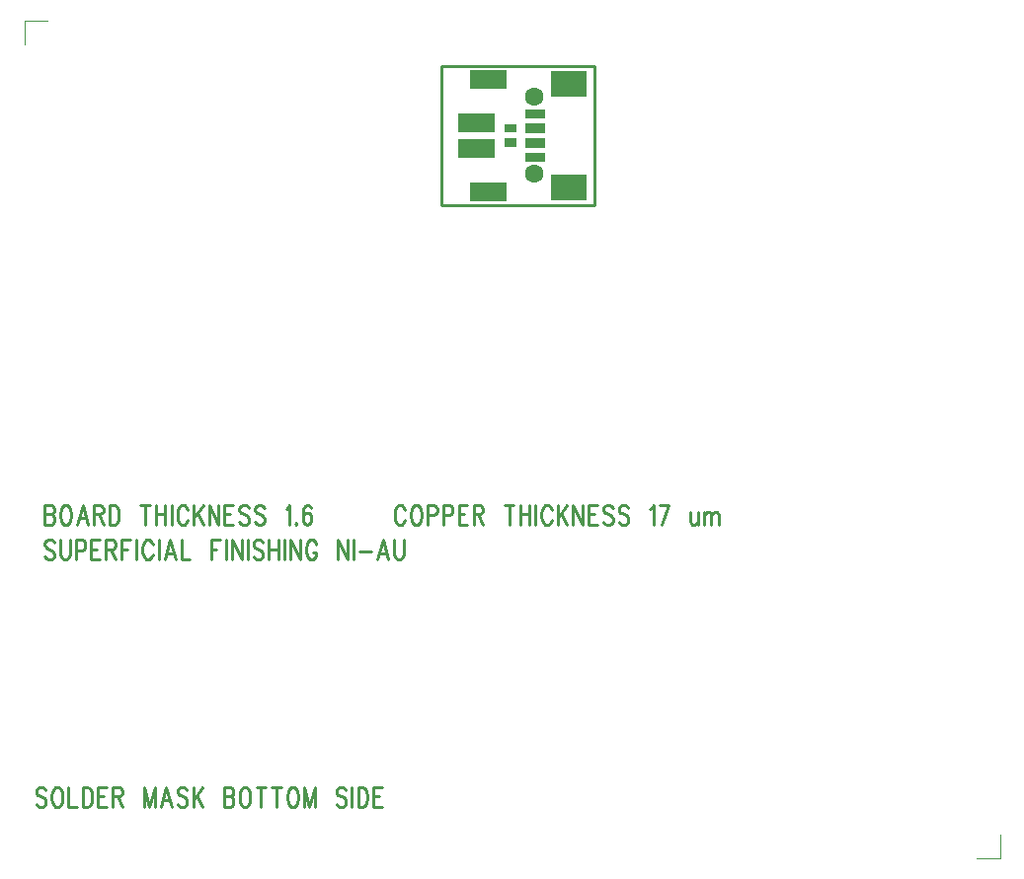
<source format=gbr>
*
*
G04 PADS Layout (Build Number 2007.42.1) generated Gerber (RS-274-X) file*
G04 PC Version=2.1*
*
%IN "TMSBASE-001.pcb"*%
*
%MOIN*%
*
%FSLAX35Y35*%
*
*
*
*
G04 PC Standard Apertures*
*
*
G04 Thermal Relief Aperture macro.*
%AMTER*
1,1,$1,0,0*
1,0,$1-$2,0,0*
21,0,$3,$4,0,0,45*
21,0,$3,$4,0,0,135*
%
*
*
G04 Annular Aperture macro.*
%AMANN*
1,1,$1,0,0*
1,0,$2,0,0*
%
*
*
G04 Odd Aperture macro.*
%AMODD*
1,1,$1,0,0*
1,0,$1-0.005,0,0*
%
*
*
G04 PC Custom Aperture Macros*
*
*
*
*
*
*
G04 PC Aperture Table*
*
%ADD010C,0.01*%
%ADD102C,0.06299*%
%ADD143R,0.02794X0.02794*%
%ADD162R,0.0315X0.0315*%
%ADD163R,0.08661X0.08661*%
%ADD176R,0.06299X0.06299*%
%ADD192C,0.00004*%
*
*
*
*
G04 PC Copper Outlines (0)*
G04 Layer Name TMSBASE-001.pcb - dark (0)*
%LPD*%
*
*
G04 PC Area=Custom_Thermal*
*
G04 PC Custom Flashes*
G04 Layer Name TMSBASE-001.pcb - flashes*
%LPD*%
*
*
G04 PC Circuitry*
G04 Layer Name TMSBASE-001.pcb - circuitry*
%LPD*%
*
G54D10*
G01X10081Y106505D02*
X9627Y107130D01*
X8945Y107442*
X8036*
X7354Y107130*
X6900Y106505*
Y105880*
X7127Y105255*
X7354Y104942*
X7809Y104630*
X9172Y104005*
X9627Y103692*
X9854Y103380*
X10081Y102755*
Y101817*
X9627Y101192*
X8945Y100880*
X8036*
X7354Y101192*
X6900Y101817*
X12127Y107442D02*
Y102755D01*
X12354Y101817*
X12809Y101192*
X13491Y100880*
X13945*
X14627Y101192*
X15081Y101817*
X15309Y102755*
Y107442*
X17354D02*
Y100880D01*
Y107442D02*
X19400D01*
X20081Y107130*
X20309Y106817*
X20536Y106192*
Y105255*
X20309Y104630*
X20081Y104317*
X19400Y104005*
X17354*
X22581Y107442D02*
Y100880D01*
Y107442D02*
X25536D01*
X22581Y104317D02*
X24400D01*
X22581Y100880D02*
X25536D01*
X27581Y107442D02*
Y100880D01*
Y107442D02*
X29627D01*
X30309Y107130*
X30536Y106817*
X30763Y106192*
Y105567*
X30536Y104942*
X30309Y104630*
X29627Y104317*
X27581*
X29172D02*
X30763Y100880D01*
X32809Y107442D02*
Y100880D01*
Y107442D02*
X35763D01*
X32809Y104317D02*
X34627D01*
X37809Y107442D02*
Y100880D01*
X43263Y105880D02*
X43036Y106505D01*
X42581Y107130*
X42127Y107442*
X41218*
X40763Y107130*
X40309Y106505*
X40081Y105880*
X39854Y104942*
Y103380*
X40081Y102442*
X40309Y101817*
X40763Y101192*
X41218Y100880*
X42127*
X42581Y101192*
X43036Y101817*
X43263Y102442*
X45309Y107442D02*
Y100880D01*
X49172Y107442D02*
X47354Y100880D01*
X49172Y107442D02*
X50991Y100880D01*
X48036Y103067D02*
X50309D01*
X53036Y107442D02*
Y100880D01*
X55763*
X63036Y107442D02*
Y100880D01*
Y107442D02*
X65991D01*
X63036Y104317D02*
X64854D01*
X68036Y107442D02*
Y100880D01*
X70081Y107442D02*
Y100880D01*
Y107442D02*
X73263Y100880D01*
Y107442D02*
Y100880D01*
X75309Y107442D02*
Y100880D01*
X80536Y106505D02*
X80081Y107130D01*
X79400Y107442*
X78491*
X77809Y107130*
X77354Y106505*
Y105880*
X77581Y105255*
X77809Y104942*
X78263Y104630*
X79627Y104005*
X80081Y103692*
X80309Y103380*
X80536Y102755*
Y101817*
X80081Y101192*
X79400Y100880*
X78491*
X77809Y101192*
X77354Y101817*
X82581Y107442D02*
Y100880D01*
X85763Y107442D02*
Y100880D01*
X82581Y104317D02*
X85763D01*
X87809Y107442D02*
Y100880D01*
X89854Y107442D02*
Y100880D01*
Y107442D02*
X93036Y100880D01*
Y107442D02*
Y100880D01*
X98491Y105880D02*
X98263Y106505D01*
X97809Y107130*
X97354Y107442*
X96445*
X95991Y107130*
X95536Y106505*
X95309Y105880*
X95081Y104942*
Y103380*
X95309Y102442*
X95536Y101817*
X95991Y101192*
X96445Y100880*
X97354*
X97809Y101192*
X98263Y101817*
X98491Y102442*
Y103380*
X97354D02*
X98491D01*
X105763Y107442D02*
Y100880D01*
Y107442D02*
X108945Y100880D01*
Y107442D02*
Y100880D01*
X110991Y107442D02*
Y100880D01*
X113036Y103692D02*
X117127D01*
X120991Y107442D02*
X119172Y100880D01*
X120991Y107442D02*
X122809Y100880D01*
X119854Y103067D02*
X122127D01*
X124854Y107442D02*
Y102755D01*
X125081Y101817*
X125536Y101192*
X126218Y100880*
X126672*
X127354Y101192*
X127809Y101817*
X128036Y102755*
Y107442*
X6900Y119253D02*
Y112691D01*
Y119253D02*
X8945D01*
X9627Y118941*
X9854Y118628*
X10081Y118003*
Y117378*
X9854Y116753*
X9627Y116441*
X8945Y116128*
X6900D02*
X8945D01*
X9627Y115816*
X9854Y115503*
X10081Y114878*
Y113941*
X9854Y113316*
X9627Y113003*
X8945Y112691*
X6900*
X13491Y119253D02*
X13036Y118941D01*
X12581Y118316*
X12354Y117691*
X12127Y116753*
Y115191*
X12354Y114253*
X12581Y113628*
X13036Y113003*
X13491Y112691*
X14400*
X14854Y113003*
X15309Y113628*
X15536Y114253*
X15763Y115191*
Y116753*
X15536Y117691*
X15309Y118316*
X14854Y118941*
X14400Y119253*
X13491*
X19627D02*
X17809Y112691D01*
X19627Y119253D02*
X21445Y112691D01*
X18491Y114878D02*
X20763D01*
X23491Y119253D02*
Y112691D01*
Y119253D02*
X25536D01*
X26218Y118941*
X26445Y118628*
X26672Y118003*
Y117378*
X26445Y116753*
X26218Y116441*
X25536Y116128*
X23491*
X25081D02*
X26672Y112691D01*
X28718Y119253D02*
Y112691D01*
Y119253D02*
X30309D01*
X30991Y118941*
X31445Y118316*
X31672Y117691*
X31900Y116753*
Y115191*
X31672Y114253*
X31445Y113628*
X30991Y113003*
X30309Y112691*
X28718*
X40763Y119253D02*
Y112691D01*
X39172Y119253D02*
X42354D01*
X44400D02*
Y112691D01*
X47581Y119253D02*
Y112691D01*
X44400Y116128D02*
X47581D01*
X49627Y119253D02*
Y112691D01*
X55081Y117691D02*
X54854Y118316D01*
X54400Y118941*
X53945Y119253*
X53036*
X52581Y118941*
X52127Y118316*
X51900Y117691*
X51672Y116753*
Y115191*
X51900Y114253*
X52127Y113628*
X52581Y113003*
X53036Y112691*
X53945*
X54400Y113003*
X54854Y113628*
X55081Y114253*
X57127Y119253D02*
Y112691D01*
X60309Y119253D02*
X57127Y114878D01*
X58263Y116441D02*
X60309Y112691D01*
X62354Y119253D02*
Y112691D01*
Y119253D02*
X65536Y112691D01*
Y119253D02*
Y112691D01*
X67581Y119253D02*
Y112691D01*
Y119253D02*
X70536D01*
X67581Y116128D02*
X69400D01*
X67581Y112691D02*
X70536D01*
X75763Y118316D02*
X75309Y118941D01*
X74627Y119253*
X73718*
X73036Y118941*
X72581Y118316*
Y117691*
X72809Y117066*
X73036Y116753*
X73491Y116441*
X74854Y115816*
X75309Y115503*
X75536Y115191*
X75763Y114566*
Y113628*
X75309Y113003*
X74627Y112691*
X73718*
X73036Y113003*
X72581Y113628*
X80991Y118316D02*
X80536Y118941D01*
X79854Y119253*
X78945*
X78263Y118941*
X77809Y118316*
Y117691*
X78036Y117066*
X78263Y116753*
X78718Y116441*
X80081Y115816*
X80536Y115503*
X80763Y115191*
X80991Y114566*
Y113628*
X80536Y113003*
X79854Y112691*
X78945*
X78263Y113003*
X77809Y113628*
X88263Y118003D02*
X88718Y118316D01*
X89400Y119253*
Y112691*
X91672Y113316D02*
X91445Y113003D01*
X91672Y112691*
X91900Y113003*
X91672Y113316*
X96672Y118316D02*
X96445Y118941D01*
X95763Y119253*
X95309*
X94627Y118941*
X94172Y118003*
X93945Y116441*
Y114878*
X94172Y113628*
X94627Y113003*
X95309Y112691*
X95536*
X96218Y113003*
X96672Y113628*
X96900Y114566*
Y114878*
X96672Y115816*
X96218Y116441*
X95536Y116753*
X95309*
X94627Y116441*
X94172Y115816*
X93945Y114878*
X128419Y117691D02*
X128192Y118316D01*
X127737Y118941*
X127283Y119253*
X126373*
X125919Y118941*
X125464Y118316*
X125237Y117691*
X125010Y116753*
Y115191*
X125237Y114253*
X125464Y113628*
X125919Y113003*
X126373Y112691*
X127283*
X127737Y113003*
X128192Y113628*
X128419Y114253*
X131828Y119253D02*
X131373Y118941D01*
X130919Y118316*
X130692Y117691*
X130464Y116753*
Y115191*
X130692Y114253*
X130919Y113628*
X131373Y113003*
X131828Y112691*
X132737*
X133192Y113003*
X133646Y113628*
X133873Y114253*
X134101Y115191*
Y116753*
X133873Y117691*
X133646Y118316*
X133192Y118941*
X132737Y119253*
X131828*
X136146D02*
Y112691D01*
Y119253D02*
X138192D01*
X138873Y118941*
X139101Y118628*
X139328Y118003*
Y117066*
X139101Y116441*
X138873Y116128*
X138192Y115816*
X136146*
X141373Y119253D02*
Y112691D01*
Y119253D02*
X143419D01*
X144101Y118941*
X144328Y118628*
X144555Y118003*
Y117066*
X144328Y116441*
X144101Y116128*
X143419Y115816*
X141373*
X146601Y119253D02*
Y112691D01*
Y119253D02*
X149555D01*
X146601Y116128D02*
X148419D01*
X146601Y112691D02*
X149555D01*
X151601Y119253D02*
Y112691D01*
Y119253D02*
X153646D01*
X154328Y118941*
X154555Y118628*
X154783Y118003*
Y117378*
X154555Y116753*
X154328Y116441*
X153646Y116128*
X151601*
X153192D02*
X154783Y112691D01*
X163646Y119253D02*
Y112691D01*
X162055Y119253D02*
X165237D01*
X167283D02*
Y112691D01*
X170464Y119253D02*
Y112691D01*
X167283Y116128D02*
X170464D01*
X172510Y119253D02*
Y112691D01*
X177964Y117691D02*
X177737Y118316D01*
X177283Y118941*
X176828Y119253*
X175919*
X175464Y118941*
X175010Y118316*
X174783Y117691*
X174555Y116753*
Y115191*
X174783Y114253*
X175010Y113628*
X175464Y113003*
X175919Y112691*
X176828*
X177283Y113003*
X177737Y113628*
X177964Y114253*
X180010Y119253D02*
Y112691D01*
X183192Y119253D02*
X180010Y114878D01*
X181146Y116441D02*
X183192Y112691D01*
X185237Y119253D02*
Y112691D01*
Y119253D02*
X188419Y112691D01*
Y119253D02*
Y112691D01*
X190464Y119253D02*
Y112691D01*
Y119253D02*
X193419D01*
X190464Y116128D02*
X192283D01*
X190464Y112691D02*
X193419D01*
X198646Y118316D02*
X198192Y118941D01*
X197510Y119253*
X196601*
X195919Y118941*
X195464Y118316*
Y117691*
X195692Y117066*
X195919Y116753*
X196373Y116441*
X197737Y115816*
X198192Y115503*
X198419Y115191*
X198646Y114566*
Y113628*
X198192Y113003*
X197510Y112691*
X196601*
X195919Y113003*
X195464Y113628*
X203873Y118316D02*
X203419Y118941D01*
X202737Y119253*
X201828*
X201146Y118941*
X200692Y118316*
Y117691*
X200919Y117066*
X201146Y116753*
X201601Y116441*
X202964Y115816*
X203419Y115503*
X203646Y115191*
X203873Y114566*
Y113628*
X203419Y113003*
X202737Y112691*
X201828*
X201146Y113003*
X200692Y113628*
X211146Y118003D02*
X211601Y118316D01*
X212283Y119253*
Y112691*
X217510Y119253D02*
X215237Y112691D01*
X214328Y119253D02*
X217510D01*
X224783Y117066D02*
Y113941D01*
X225010Y113003*
X225464Y112691*
X226146*
X226601Y113003*
X227283Y113941*
Y117066D02*
Y112691D01*
X229328Y117066D02*
Y112691D01*
Y115816D02*
X230010Y116753D01*
X230464Y117066*
X231146*
X231601Y116753*
X231828Y115816*
Y112691*
Y115816D02*
X232510Y116753D01*
X232964Y117066*
X233646*
X234101Y116753*
X234328Y115816*
Y112691*
X7156Y22973D02*
X6702Y23598D01*
X6020Y23911*
X5111*
X4429Y23598*
X3974Y22973*
Y22348*
X4202Y21723*
X4429Y21411*
X4884Y21098*
X4884D02*
X6247Y20473D01*
X6702Y20161*
X6929Y19848*
X7156Y19223*
Y18286*
X6702Y17661*
X6020Y17348*
X5111*
X4429Y17661*
X3974Y18286*
X10565Y23911D02*
X10111Y23598D01*
X9656Y22973*
X9429Y22348*
X9202Y21411*
Y19848*
X9429Y18911*
X9656Y18286*
X10111Y17661*
X10565Y17348*
X11474*
X11929Y17661*
X12384Y18286*
X12384D02*
X12611Y18911D01*
X12838Y19848*
Y21411*
X12611Y22348*
X12384Y22973*
X12384D02*
X11929Y23598D01*
X11474Y23911*
X10565*
X14884D02*
Y17348D01*
X14884D02*
X17611D01*
X19656Y23911D02*
Y17348D01*
Y23911D02*
X21247D01*
X21929Y23598*
X22384Y22973*
X22384D02*
X22611Y22348D01*
X22838Y21411*
Y19848*
X22611Y18911*
X22384Y18286*
X22384D02*
X21929Y17661D01*
X21247Y17348*
X19656*
X24884Y23911D02*
Y17348D01*
Y23911D02*
X27838D01*
X24884Y20786D02*
X26702D01*
X24884Y17348D02*
X27838D01*
X29884Y23911D02*
Y17348D01*
Y23911D02*
X31929D01*
X32611Y23598*
X32838Y23286*
X33065Y22661*
Y22036*
X32838Y21411*
X32611Y21098*
X31929Y20786*
X29884*
X31474D02*
X33065Y17348D01*
X40338Y23911D02*
Y17348D01*
Y23911D02*
X42156Y17348D01*
X43974Y23911D02*
X42156Y17348D01*
X43974Y23911D02*
Y17348D01*
X47838Y23911D02*
X46020Y17348D01*
X47838Y23911D02*
X49656Y17348D01*
X46702Y19536D02*
X48974D01*
X54884Y22973D02*
X54429Y23598D01*
X53747Y23911*
X52838*
X52156Y23598*
X51702Y22973*
Y22348*
X51929Y21723*
X52156Y21411*
X52611Y21098*
X53974Y20473*
X54429Y20161*
X54656Y19848*
X54884Y19223*
X54884D02*
Y18286D01*
X54884D02*
X54429Y17661D01*
X53747Y17348*
X52838*
X52156Y17661*
X51702Y18286*
X56929Y23911D02*
Y17348D01*
X60111Y23911D02*
X56929Y19536D01*
X58065Y21098D02*
X60111Y17348D01*
X67384Y23911D02*
Y17348D01*
Y23911D02*
X69429D01*
X70111Y23598*
X70338Y23286*
X70565Y22661*
Y22036*
X70338Y21411*
X70111Y21098*
X69429Y20786*
X67384D02*
X69429D01*
X70111Y20473*
X70338Y20161*
X70565Y19536*
Y18598*
X70338Y17973*
X70111Y17661*
X69429Y17348*
X67384*
X73974Y23911D02*
X73520Y23598D01*
X73065Y22973*
X72838Y22348*
X72611Y21411*
Y19848*
X72838Y18911*
X73065Y18286*
X73520Y17661*
X73974Y17348*
X74884*
X74884D02*
X75338Y17661D01*
X75793Y18286*
X76020Y18911*
X76247Y19848*
Y21411*
X76020Y22348*
X75793Y22973*
X75338Y23598*
X74884Y23911*
X74884D02*
X73974D01*
X79884D02*
Y17348D01*
X78293Y23911D02*
X81474D01*
X85111D02*
Y17348D01*
X83520Y23911D02*
X86702D01*
X90111D02*
X89656Y23598D01*
X89202Y22973*
X88974Y22348*
X88747Y21411*
Y19848*
X88974Y18911*
X89202Y18286*
X89656Y17661*
X90111Y17348*
X91020*
X91474Y17661*
X91929Y18286*
X92156Y18911*
X92384Y19848*
X92384D02*
Y21411D01*
X92384D02*
X92156Y22348D01*
X91929Y22973*
X91474Y23598*
X91020Y23911*
X90111*
X94429D02*
Y17348D01*
Y23911D02*
X96247Y17348D01*
X98065Y23911D02*
X96247Y17348D01*
X98065Y23911D02*
Y17348D01*
X108520Y22973D02*
X108065Y23598D01*
X107384Y23911*
X107384D02*
X106474D01*
X105793Y23598*
X105338Y22973*
Y22348*
X105565Y21723*
X105793Y21411*
X106247Y21098*
X107611Y20473*
X108065Y20161*
X108293Y19848*
X108520Y19223*
Y18286*
X108065Y17661*
X107384Y17348*
X107384D02*
X106474D01*
X105793Y17661*
X105338Y18286*
X110565Y23911D02*
Y17348D01*
X112611Y23911D02*
Y17348D01*
Y23911D02*
X114202D01*
X114884Y23598*
X114884D02*
X115338Y22973D01*
X115565Y22348*
X115793Y21411*
Y19848*
X115565Y18911*
X115338Y18286*
X114884Y17661*
X114884D02*
X114202Y17348D01*
X112611*
X117838Y23911D02*
Y17348D01*
Y23911D02*
X120793D01*
X117838Y20786D02*
X119656D01*
X117838Y17348D02*
X120793D01*
X192439Y220486D02*
Y267730D01*
X140864*
Y220486*
X192439*
G54D102*
X171967Y257100D03*
Y231116D03*
G54D143*
X163543Y246508D02*
X164643D01*
X163543Y241708D02*
X164643D01*
G54D162*
X174132Y251490D02*
X170589D01*
X174132Y246569D02*
X170589D01*
X174132Y241648D02*
X170589D01*
X174132Y236726D02*
X170589D01*
G54D163*
X185549Y261530D02*
X182006D01*
X185549Y226687D02*
X182006D01*
G54D176*
X153659Y225061D02*
X159565D01*
X149722Y239778D02*
X155628D01*
X149722Y248439D02*
X155628D01*
X153659Y263156D02*
X159565D01*
G54D192*
X2Y274955D02*
Y282829D01*
X7876*
X321537Y2D02*
X329411D01*
Y7876*
X0Y0D02*
M02*

</source>
